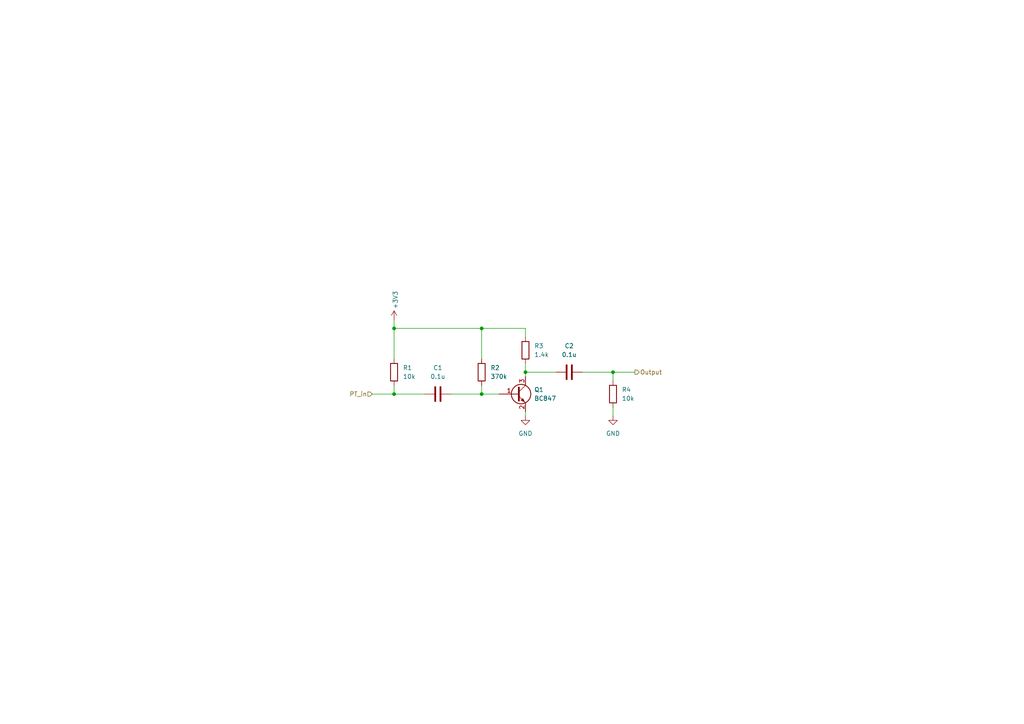
<source format=kicad_sch>
(kicad_sch (version 20231120) (generator "eeschema") (generator_version "8.0")
  (paper "A4")
  (title_block (date "2024-05-30") (company "Group 27"))
  (lib_symbols
    (symbol "Device:C" (pin_numbers hide) (pin_names (offset 0.254))
      (property "Reference" "C" (at 0.635 2.54 0))
      (property "Value" "C" (at 0.635 -2.54 0))
      (symbol "C_0_1"
        (polyline (pts (xy -2.032 -0.762) (xy 2.032 -0.762)) (stroke (width 0.508)))
        (polyline (pts (xy -2.032 0.762) (xy 2.032 0.762)) (stroke (width 0.508)))
      )
      (symbol "C_1_1"
        (pin passive line (at 0 3.81 270) (length 2.794) (name "~") (number "1"))
        (pin passive line (at 0 -3.81 90) (length 2.794) (name "~") (number "2"))
      )
    )
    (symbol "Device:R" (pin_numbers hide) (pin_names (offset 0))
      (property "Reference" "R" (at 2.032 0 90))
      (property "Value" "R" (at 0 0 90))
      (symbol "R_0_1"
        (rectangle (start -1.016 -2.54) (end 1.016 2.54) (stroke (width 0.254)))
      )
      (symbol "R_1_1"
        (pin passive line (at 0 3.81 270) (length 1.27) (name "~") (number "1"))
        (pin passive line (at 0 -3.81 90) (length 1.27) (name "~") (number "2"))
      )
    )
    (symbol "Transistor_BJT:BC847" (pin_names (offset 0) hide)
      (property "Reference" "Q" (at 5.08 1.905 0))
      (property "Value" "BC847" (at 5.08 0 0))
      (symbol "BC847_0_1"
        (polyline (pts (xy 0.635 0.635) (xy 2.54 2.54)))
        (polyline (pts (xy 0.635 -0.635) (xy 2.54 -2.54) (xy 2.54 -2.54)))
        (polyline (pts (xy 0.635 1.905) (xy 0.635 -1.905) (xy 0.635 -1.905)) (stroke (width 0.508)))
        (polyline (pts (xy 1.27 -1.778) (xy 1.778 -1.27) (xy 2.286 -2.286) (xy 1.27 -1.778) (xy 1.27 -1.778)) (fill (type outline)))
        (circle (center 1.27 0) (radius 2.8194) (stroke (width 0.254)))
      )
      (symbol "BC847_1_1"
        (pin input line (at -5.08 0 0) (length 5.715) (name "B") (number "1"))
        (pin passive line (at 2.54 -5.08 90) (length 2.54) (name "E") (number "2"))
        (pin passive line (at 2.54 5.08 270) (length 2.54) (name "C") (number "3"))
      )
    )
    (symbol "power:+3V3" (power) (pin_names (offset 0))
      (property "Value" "+3V3" (at 0 3.556 0))
      (symbol "+3V3_0_1"
        (polyline (pts (xy -0.762 1.27) (xy 0 2.54)))
        (polyline (pts (xy 0 0) (xy 0 2.54)))
        (polyline (pts (xy 0 2.54) (xy 0.762 1.27)))
      )
      (symbol "+3V3_1_1"
        (pin power_in line (at 0 0 90) (length 0) hide (name "+3V3") (number "1"))
      )
    )
    (symbol "power:GND" (power) (pin_names (offset 0))
      (property "Value" "GND" (at 0 -3.81 0))
      (symbol "GND_0_1"
        (polyline (pts (xy 0 0) (xy 0 -1.27) (xy 1.27 -1.27) (xy 0 -2.54) (xy -1.27 -1.27) (xy 0 -1.27)))
      )
      (symbol "GND_1_1"
        (pin power_in line (at 0 0 270) (length 0) hide (name "GND") (number "1"))
      )
    )
  )
  (junction (at 114.3 95.25))
  (junction (at 139.7 114.3))
  (junction (at 114.3 114.3))
  (junction (at 139.7 95.25))
  (junction (at 177.8 107.95))
  (junction (at 152.4 107.95))
  (wire (pts (xy 152.4 107.95) (xy 161.29 107.95)))
  (wire (pts (xy 177.8 107.95) (xy 184.15 107.95)))
  (wire (pts (xy 152.4 105.41) (xy 152.4 107.95)))
  (wire (pts (xy 177.8 107.95) (xy 177.8 110.49)))
  (wire (pts (xy 139.7 114.3) (xy 139.7 111.76)))
  (wire (pts (xy 177.8 118.11) (xy 177.8 120.65)))
  (wire (pts (xy 114.3 114.3) (xy 123.19 114.3)))
  (wire (pts (xy 139.7 114.3) (xy 144.78 114.3)))
  (wire (pts (xy 139.7 95.25) (xy 139.7 104.14)))
  (wire (pts (xy 152.4 119.38) (xy 152.4 120.65)))
  (wire (pts (xy 114.3 95.25) (xy 114.3 104.14)))
  (wire (pts (xy 114.3 111.76) (xy 114.3 114.3)))
  (wire (pts (xy 107.95 114.3) (xy 114.3 114.3)))
  (wire (pts (xy 130.81 114.3) (xy 139.7 114.3)))
  (wire (pts (xy 152.4 107.95) (xy 152.4 109.22)))
  (wire (pts (xy 114.3 92.71) (xy 114.3 95.25)))
  (wire (pts (xy 168.91 107.95) (xy 177.8 107.95)))
  (wire (pts (xy 114.3 95.25) (xy 139.7 95.25)))
  (wire (pts (xy 152.4 95.25) (xy 152.4 97.79)))
  (wire (pts (xy 139.7 95.25) (xy 152.4 95.25)))
  (hierarchical_label "PT_in" (shape input) (at 107.95 114.3 180))
  (hierarchical_label "Output" (shape output) (at 184.15 107.95 0))
  (symbol (lib_id "Transistor_BJT:BC847") (at 149.86 114.3 0) (unit 1)
    (property "Reference" "Q1" (at 154.94 113.0299 0) (effects (justify left)))
    (property "Value" "BC847" (at 154.94 115.5699 0) (effects (justify left)))
    (property "Footprint" "Package_TO_SOT_SMD:SOT-23" (effects (hide yes)))
    (property "Datasheet" "http://www.infineon.com/dgdl/Infineon-BC847SERIES_BC848SERIES_BC849SERIES_BC850SERIES-DS-v01_01-en.pdf?fileId=db3a304314dca389011541d4630a1657" (effects (hide yes)))
    (property "Description" "0.1A Ic, 45V Vce, NPN Transistor, SOT-23" (effects (hide yes)))
  )
  (symbol (lib_id "Device:R") (at 152.4 101.6 0) (unit 1)
    (property "Reference" "R3" (at 154.94 100.3299 0) (effects (justify left)))
    (property "Value" "1.4k" (at 154.94 102.8699 0) (effects (justify left)))
    (property "Footprint" "Resistor_SMD:R_0805_2012Metric" (effects (hide yes)))
    (property "Description" "Resistor" (effects (hide yes)))
  )
  (symbol (lib_id "Device:C") (at 165.1 107.95 90) (unit 1)
    (property "Reference" "C2" (at 165.1 100.33 90))
    (property "Value" "0.1u" (at 165.1 102.87 90))
    (property "Footprint" "Capacitor_SMD:C_0805_2012Metric" (effects (hide yes)))
    (property "Description" "Unpolarized capacitor" (effects (hide yes)))
  )
  (symbol (lib_id "Device:R") (at 114.3 107.95 0) (unit 1)
    (property "Reference" "R1" (at 116.84 106.6799 0) (effects (justify left)))
    (property "Value" "10k" (at 116.84 109.2199 0) (effects (justify left)))
    (property "Footprint" "Resistor_SMD:R_0805_2012Metric" (effects (hide yes)))
    (property "Description" "Resistor" (effects (hide yes)))
  )
  (symbol (lib_id "power:GND") (at 177.8 120.65 0) (unit 1)
    (property "Reference" "#PWR010" (effects (hide yes)))
    (property "Value" "GND" (at 177.8 125.73 0))
    (property "Description" "Power symbol creates a global label with name \"GND\" , ground" (effects (hide yes)))
  )
  (symbol (lib_id "power:GND") (at 152.4 120.65 0) (unit 1)
    (property "Reference" "#PWR09" (effects (hide yes)))
    (property "Value" "GND" (at 152.4 125.73 0))
    (property "Description" "Power symbol creates a global label with name \"GND\" , ground" (effects (hide yes)))
  )
  (symbol (lib_id "power:+3V3") (at 114.3 92.71 0) (unit 1)
    (property "Reference" "#PWR07" (effects (hide yes)))
    (property "Value" "+3V3" (at 114.681 89.662 90) (effects (justify left)))
  )
  (symbol (lib_id "Device:R") (at 177.8 114.3 0) (unit 1)
    (property "Reference" "R4" (at 180.34 113.0299 0) (effects (justify left)))
    (property "Value" "10k" (at 180.34 115.5699 0) (effects (justify left)))
    (property "Footprint" "Resistor_SMD:R_0805_2012Metric" (effects (hide yes)))
    (property "Description" "Resistor" (effects (hide yes)))
  )
  (symbol (lib_id "Device:R") (at 139.7 107.95 0) (unit 1)
    (property "Reference" "R2" (at 142.24 106.6799 0) (effects (justify left)))
    (property "Value" "370k" (at 142.24 109.2199 0) (effects (justify left)))
    (property "Footprint" "Resistor_SMD:R_0805_2012Metric" (effects (hide yes)))
    (property "Description" "Resistor" (effects (hide yes)))
  )
  (symbol (lib_id "Device:C") (at 127 114.3 90) (unit 1)
    (property "Reference" "C1" (at 127 106.68 90))
    (property "Value" "0.1u" (at 127 109.22 90))
    (property "Footprint" "Capacitor_SMD:C_0805_2012Metric" (effects (hide yes)))
    (property "Description" "Unpolarized capacitor" (effects (hide yes)))
  )
)
</source>
